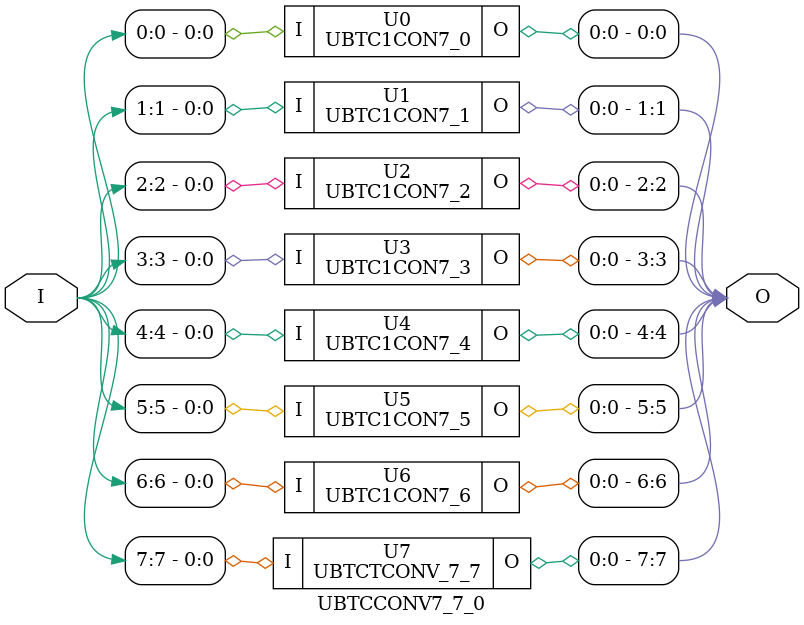
<source format=v>
/*----------------------------------------------------------------------------
  Copyright (c) 2004 Aoki laboratory. All rights reserved.

  Top module: Multiplier_3_0_3_000

  Number system: 2's complement
  Multiplicand length: 4
  Multiplier length: 4
  Partial product generation: Simple PPG
  Partial product accumulation: Array
  Final stage addition: Ripple carry adder
----------------------------------------------------------------------------*/

module TCDECON_3_0(TOP, R, I);
  output [2:0] R;
  output [3:3] TOP;
  input [3:0] I;
  assign TOP[3] = I[3];
  assign R[0] = I[0];
  assign R[1] = I[1];
  assign R[2] = I[2];
endmodule

module UB1BPPG_0_0(O, IN1, IN2);
  output O;
  input IN1;
  input IN2;
  assign O = IN1 & IN2;
endmodule

module UB1BPPG_1_0(O, IN1, IN2);
  output O;
  input IN1;
  input IN2;
  assign O = IN1 & IN2;
endmodule

module UB1BPPG_2_0(O, IN1, IN2);
  output O;
  input IN1;
  input IN2;
  assign O = IN1 & IN2;
endmodule

module NU1BPPG_3_0(O, IN1, IN2);
  output O;
  input IN1;
  input IN2;
  assign O = IN1 & IN2;
endmodule

module NUBUB1CON_3(O, I);
  output O;
  input I;
  assign O = ~ I;
endmodule

module UB1BPPG_0_1(O, IN1, IN2);
  output O;
  input IN1;
  input IN2;
  assign O = IN1 & IN2;
endmodule

module UB1BPPG_1_1(O, IN1, IN2);
  output O;
  input IN1;
  input IN2;
  assign O = IN1 & IN2;
endmodule

module UB1BPPG_2_1(O, IN1, IN2);
  output O;
  input IN1;
  input IN2;
  assign O = IN1 & IN2;
endmodule

module NU1BPPG_3_1(O, IN1, IN2);
  output O;
  input IN1;
  input IN2;
  assign O = IN1 & IN2;
endmodule

module NUBUB1CON_4(O, I);
  output O;
  input I;
  assign O = ~ I;
endmodule

module UB1BPPG_0_2(O, IN1, IN2);
  output O;
  input IN1;
  input IN2;
  assign O = IN1 & IN2;
endmodule

module UB1BPPG_1_2(O, IN1, IN2);
  output O;
  input IN1;
  input IN2;
  assign O = IN1 & IN2;
endmodule

module UB1BPPG_2_2(O, IN1, IN2);
  output O;
  input IN1;
  input IN2;
  assign O = IN1 & IN2;
endmodule

module NU1BPPG_3_2(O, IN1, IN2);
  output O;
  input IN1;
  input IN2;
  assign O = IN1 & IN2;
endmodule

module NUBUB1CON_5(O, I);
  output O;
  input I;
  assign O = ~ I;
endmodule

module UN1BPPG_0_3(O, IN1, IN2);
  output O;
  input IN1;
  input IN2;
  assign O = IN1 & IN2;
endmodule

module UN1BPPG_1_3(O, IN1, IN2);
  output O;
  input IN1;
  input IN2;
  assign O = IN1 & IN2;
endmodule

module UN1BPPG_2_3(O, IN1, IN2);
  output O;
  input IN1;
  input IN2;
  assign O = IN1 & IN2;
endmodule

module NUB1BPPG_3_3(O, IN1, IN2);
  output O;
  input IN1;
  input IN2;
  assign O = IN1 & IN2;
endmodule

module UBOne_4(O);
  output O;
  assign O = 1;
endmodule

module UB1DCON_4(O, I);
  output O;
  input I;
  assign O = I;
endmodule

module UB1DCON_0(O, I);
  output O;
  input I;
  assign O = I;
endmodule

module UB1DCON_1(O, I);
  output O;
  input I;
  assign O = I;
endmodule

module UB1DCON_2(O, I);
  output O;
  input I;
  assign O = I;
endmodule

module UB1DCON_3(O, I);
  output O;
  input I;
  assign O = I;
endmodule

module UBHA_1(C, S, X, Y);
  output C;
  output S;
  input X;
  input Y;
  assign C = X & Y;
  assign S = X ^ Y;
endmodule

module UBFA_2(C, S, X, Y, Z);
  output C;
  output S;
  input X;
  input Y;
  input Z;
  assign C = ( X & Y ) | ( Y & Z ) | ( Z & X );
  assign S = X ^ Y ^ Z;
endmodule

module UBFA_3(C, S, X, Y, Z);
  output C;
  output S;
  input X;
  input Y;
  input Z;
  assign C = ( X & Y ) | ( Y & Z ) | ( Z & X );
  assign S = X ^ Y ^ Z;
endmodule

module UBFA_4(C, S, X, Y, Z);
  output C;
  output S;
  input X;
  input Y;
  input Z;
  assign C = ( X & Y ) | ( Y & Z ) | ( Z & X );
  assign S = X ^ Y ^ Z;
endmodule

module UB1DCON_5(O, I);
  output O;
  input I;
  assign O = I;
endmodule

module UBHA_2(C, S, X, Y);
  output C;
  output S;
  input X;
  input Y;
  assign C = X & Y;
  assign S = X ^ Y;
endmodule

module UBFA_5(C, S, X, Y, Z);
  output C;
  output S;
  input X;
  input Y;
  input Z;
  assign C = ( X & Y ) | ( Y & Z ) | ( Z & X );
  assign S = X ^ Y ^ Z;
endmodule

module UB1DCON_6(O, I);
  output O;
  input I;
  assign O = I;
endmodule

module UBFA_6(C, S, X, Y, Z);
  output C;
  output S;
  input X;
  input Y;
  input Z;
  assign C = ( X & Y ) | ( Y & Z ) | ( Z & X );
  assign S = X ^ Y ^ Z;
endmodule

module UBZero_3_3(O);
  output [3:3] O;
  assign O[3] = 0;
endmodule

module UBTC1CON7_0(O, I);
  output O;
  input I;
  assign O = I;
endmodule

module UBTC1CON7_1(O, I);
  output O;
  input I;
  assign O = I;
endmodule

module UBTC1CON7_2(O, I);
  output O;
  input I;
  assign O = I;
endmodule

module UBTC1CON7_3(O, I);
  output O;
  input I;
  assign O = I;
endmodule

module UBTC1CON7_4(O, I);
  output O;
  input I;
  assign O = I;
endmodule

module UBTC1CON7_5(O, I);
  output O;
  input I;
  assign O = I;
endmodule

module UBTC1CON7_6(O, I);
  output O;
  input I;
  assign O = I;
endmodule

module UBTCTCONV_7_7(O, I);
  output [7:7] O;
  input [7:7] I;
  assign O = ~ I;
endmodule

module Multiplier_3_0_3_000(P, IN1, IN2);
  output [7:0] P;
  input [3:0] IN1;
  input [3:0] IN2;
  wire [7:0] W;
  assign P[0] = W[0];
  assign P[1] = W[1];
  assign P[2] = W[2];
  assign P[3] = W[3];
  assign P[4] = W[4];
  assign P[5] = W[5];
  assign P[6] = W[6];
  assign P[7] = W[7];
  MultTC_STD_ARY_RC000 U0 (W, IN1, IN2);
endmodule

module CSA_4_0_4_1_5_2 (C, S, X, Y, Z);
  output [5:2] C;
  output [5:0] S;
  input [4:0] X;
  input [4:1] Y;
  input [5:2] Z;
  UB1DCON_0 U0 (S[0], X[0]);
  UBHA_1 U1 (C[2], S[1], Y[1], X[1]);
  PureCSA_4_2 U2 (C[5:3], S[4:2], Z[4:2], Y[4:2], X[4:2]);
  UB1DCON_5 U3 (S[5], Z[5]);
endmodule

module CSA_5_0_5_2_6_3 (C, S, X, Y, Z);
  output [6:3] C;
  output [6:0] S;
  input [5:0] X;
  input [5:2] Y;
  input [6:3] Z;
  UBCON_1_0 U0 (S[1:0], X[1:0]);
  UBHA_2 U1 (C[3], S[2], Y[2], X[2]);
  PureCSA_5_3 U2 (C[6:4], S[5:3], Z[5:3], Y[5:3], X[5:3]);
  UB1DCON_6 U3 (S[6], Z[6]);
endmodule

module MultTC_STD_ARY_RC000 (P, IN1, IN2);
  output [7:0] P;
  input [3:0] IN1;
  input [3:0] IN2;
  wire [4:0] PP0;
  wire [4:1] PP1;
  wire [5:2] PP2;
  wire [6:3] PP3;
  wire [7:0] P_UB;
  wire [6:3] S1;
  wire [6:0] S2;
  TCPPG_3_0_3_0 U0 (PP0, PP1, PP2, PP3, IN1, IN2);
  UBARYACC_4_0_4_1_000 U1 (S1, S2, PP0, PP1, PP2, PP3);
  UBRCA_6_3_6_0 U2 (P_UB, S1, S2);
  UBTCCONV7_7_0 U3 (P, P_UB);
endmodule

module NUBUBCON_5_3 (O, I);
  output [5:3] O;
  input [5:3] I;
  NUBUB1CON_3 U0 (O[3], I[3]);
  NUBUB1CON_4 U1 (O[4], I[4]);
  NUBUB1CON_5 U2 (O[5], I[5]);
endmodule

module PureCSA_4_2 (C, S, X, Y, Z);
  output [5:3] C;
  output [4:2] S;
  input [4:2] X;
  input [4:2] Y;
  input [4:2] Z;
  UBFA_2 U0 (C[3], S[2], X[2], Y[2], Z[2]);
  UBFA_3 U1 (C[4], S[3], X[3], Y[3], Z[3]);
  UBFA_4 U2 (C[5], S[4], X[4], Y[4], Z[4]);
endmodule

module PureCSA_5_3 (C, S, X, Y, Z);
  output [6:4] C;
  output [5:3] S;
  input [5:3] X;
  input [5:3] Y;
  input [5:3] Z;
  UBFA_3 U0 (C[4], S[3], X[3], Y[3], Z[3]);
  UBFA_4 U1 (C[5], S[4], X[4], Y[4], Z[4]);
  UBFA_5 U2 (C[6], S[5], X[5], Y[5], Z[5]);
endmodule

module TCNVPPG_3_0_3 (O, IN1, IN2);
  output [6:3] O;
  input [3:0] IN1;
  input IN2;
  wire IN1N;
  wire [2:0] IN1P;
  wire [5:3] NEG;
  TCDECON_3_0 U0 (IN1N, IN1P, IN1);
  UN1BPPG_0_3 U1 (NEG[3], IN1P[0], IN2);
  UN1BPPG_1_3 U2 (NEG[4], IN1P[1], IN2);
  UN1BPPG_2_3 U3 (NEG[5], IN1P[2], IN2);
  NUB1BPPG_3_3 U4 (O[6], IN1N, IN2);
  NUBUBCON_5_3 U5 (O[5:3], NEG);
endmodule

module TCPPG_3_0_3_0 (PP0, PP1, PP2, PP3, IN1, IN2);
  output [4:0] PP0;
  output [4:1] PP1;
  output [5:2] PP2;
  output [6:3] PP3;
  input [3:0] IN1;
  input [3:0] IN2;
  wire BIAS;
  wire [2:0] IN2R;
  wire IN2T;
  wire [3:0] W;
  TCDECON_3_0 U0 (IN2T, IN2R, IN2);
  TCUVPPG_3_0_0 U1 (W, IN1, IN2R[0]);
  TCUVPPG_3_0_1 U2 (PP1, IN1, IN2R[1]);
  TCUVPPG_3_0_2 U3 (PP2, IN1, IN2R[2]);
  TCNVPPG_3_0_3 U4 (PP3, IN1, IN2T);
  UBOne_4 U5 (BIAS);
  UBCMBIN_4_4_3_0 U6 (PP0, BIAS, W);
endmodule

module TCUVPPG_3_0_0 (O, IN1, IN2);
  output [3:0] O;
  input [3:0] IN1;
  input IN2;
  wire IN1N;
  wire [2:0] IN1P;
  wire NEG;
  TCDECON_3_0 U0 (IN1N, IN1P, IN1);
  UB1BPPG_0_0 U1 (O[0], IN1P[0], IN2);
  UB1BPPG_1_0 U2 (O[1], IN1P[1], IN2);
  UB1BPPG_2_0 U3 (O[2], IN1P[2], IN2);
  NU1BPPG_3_0 U4 (NEG, IN1N, IN2);
  NUBUB1CON_3 U5 (O[3], NEG);
endmodule

module TCUVPPG_3_0_1 (O, IN1, IN2);
  output [4:1] O;
  input [3:0] IN1;
  input IN2;
  wire IN1N;
  wire [2:0] IN1P;
  wire NEG;
  TCDECON_3_0 U0 (IN1N, IN1P, IN1);
  UB1BPPG_0_1 U1 (O[1], IN1P[0], IN2);
  UB1BPPG_1_1 U2 (O[2], IN1P[1], IN2);
  UB1BPPG_2_1 U3 (O[3], IN1P[2], IN2);
  NU1BPPG_3_1 U4 (NEG, IN1N, IN2);
  NUBUB1CON_4 U5 (O[4], NEG);
endmodule

module TCUVPPG_3_0_2 (O, IN1, IN2);
  output [5:2] O;
  input [3:0] IN1;
  input IN2;
  wire IN1N;
  wire [2:0] IN1P;
  wire NEG;
  TCDECON_3_0 U0 (IN1N, IN1P, IN1);
  UB1BPPG_0_2 U1 (O[2], IN1P[0], IN2);
  UB1BPPG_1_2 U2 (O[3], IN1P[1], IN2);
  UB1BPPG_2_2 U3 (O[4], IN1P[2], IN2);
  NU1BPPG_3_2 U4 (NEG, IN1N, IN2);
  NUBUB1CON_5 U5 (O[5], NEG);
endmodule

module UBARYACC_4_0_4_1_000 (S1, S2, PP0, PP1, PP2, PP3);
  output [6:3] S1;
  output [6:0] S2;
  input [4:0] PP0;
  input [4:1] PP1;
  input [5:2] PP2;
  input [6:3] PP3;
  wire [5:2] IC0;
  wire [5:0] IS0;
  CSA_4_0_4_1_5_2 U0 (IC0, IS0, PP0, PP1, PP2);
  CSA_5_0_5_2_6_3 U1 (S1, S2, IS0, IC0, PP3);
endmodule

module UBCMBIN_4_4_3_0 (O, IN0, IN1);
  output [4:0] O;
  input IN0;
  input [3:0] IN1;
  UB1DCON_4 U0 (O[4], IN0);
  UBCON_3_0 U1 (O[3:0], IN1);
endmodule

module UBCON_1_0 (O, I);
  output [1:0] O;
  input [1:0] I;
  UB1DCON_0 U0 (O[0], I[0]);
  UB1DCON_1 U1 (O[1], I[1]);
endmodule

module UBCON_2_0 (O, I);
  output [2:0] O;
  input [2:0] I;
  UB1DCON_0 U0 (O[0], I[0]);
  UB1DCON_1 U1 (O[1], I[1]);
  UB1DCON_2 U2 (O[2], I[2]);
endmodule

module UBCON_3_0 (O, I);
  output [3:0] O;
  input [3:0] I;
  UB1DCON_0 U0 (O[0], I[0]);
  UB1DCON_1 U1 (O[1], I[1]);
  UB1DCON_2 U2 (O[2], I[2]);
  UB1DCON_3 U3 (O[3], I[3]);
endmodule

module UBPriRCA_6_3 (S, X, Y, Cin);
  output [7:3] S;
  input Cin;
  input [6:3] X;
  input [6:3] Y;
  wire C4;
  wire C5;
  wire C6;
  UBFA_3 U0 (C4, S[3], X[3], Y[3], Cin);
  UBFA_4 U1 (C5, S[4], X[4], Y[4], C4);
  UBFA_5 U2 (C6, S[5], X[5], Y[5], C5);
  UBFA_6 U3 (S[7], S[6], X[6], Y[6], C6);
endmodule

module UBPureRCA_6_3 (S, X, Y);
  output [7:3] S;
  input [6:3] X;
  input [6:3] Y;
  wire C;
  UBPriRCA_6_3 U0 (S, X, Y, C);
  UBZero_3_3 U1 (C);
endmodule

module UBRCA_6_3_6_0 (S, X, Y);
  output [7:0] S;
  input [6:3] X;
  input [6:0] Y;
  UBPureRCA_6_3 U0 (S[7:3], X[6:3], Y[6:3]);
  UBCON_2_0 U1 (S[2:0], Y[2:0]);
endmodule

module UBTCCONV7_7_0 (O, I);
  output [7:0] O;
  input [7:0] I;
  UBTC1CON7_0 U0 (O[0], I[0]);
  UBTC1CON7_1 U1 (O[1], I[1]);
  UBTC1CON7_2 U2 (O[2], I[2]);
  UBTC1CON7_3 U3 (O[3], I[3]);
  UBTC1CON7_4 U4 (O[4], I[4]);
  UBTC1CON7_5 U5 (O[5], I[5]);
  UBTC1CON7_6 U6 (O[6], I[6]);
  UBTCTCONV_7_7 U7 (O[7], I[7]);
endmodule


</source>
